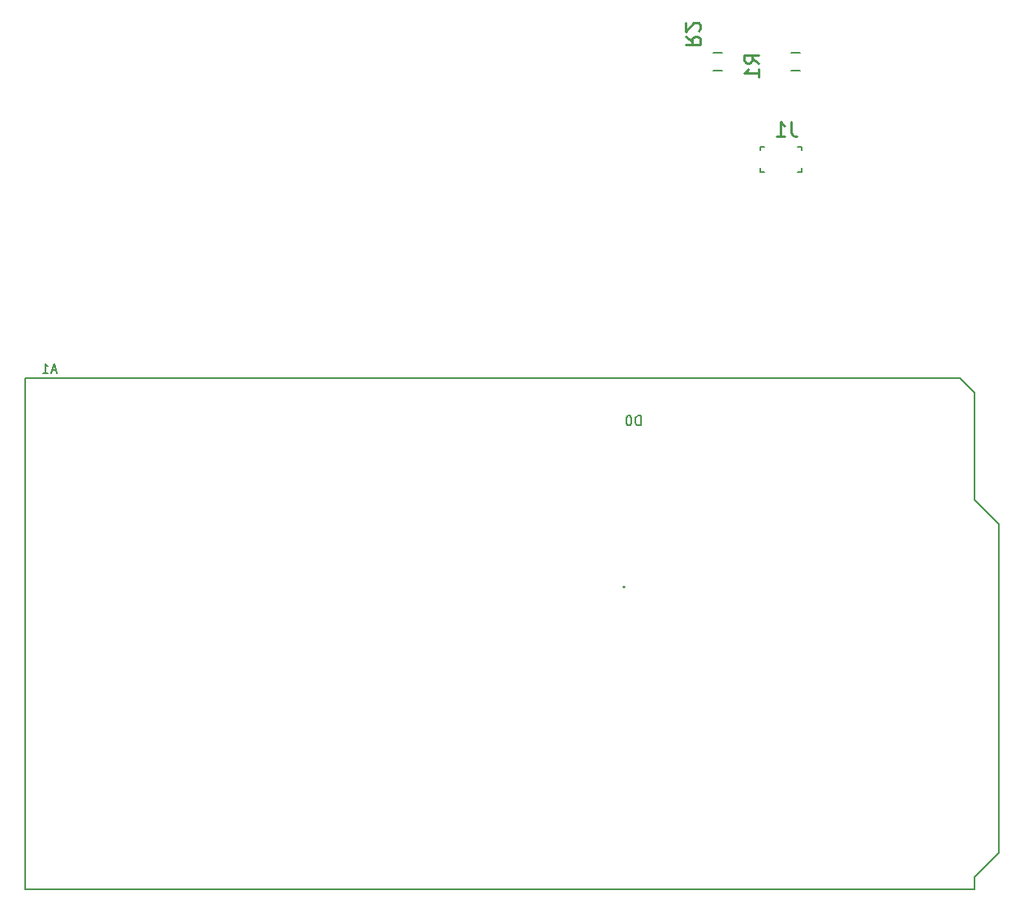
<source format=gbr>
%TF.GenerationSoftware,KiCad,Pcbnew,7.0.10*%
%TF.CreationDate,2024-01-29T13:59:38-08:00*%
%TF.ProjectId,V2_rampGen,56325f72-616d-4704-9765-6e2e6b696361,rev?*%
%TF.SameCoordinates,Original*%
%TF.FileFunction,Legend,Bot*%
%TF.FilePolarity,Positive*%
%FSLAX46Y46*%
G04 Gerber Fmt 4.6, Leading zero omitted, Abs format (unit mm)*
G04 Created by KiCad (PCBNEW 7.0.10) date 2024-01-29 13:59:38*
%MOMM*%
%LPD*%
G01*
G04 APERTURE LIST*
%ADD10C,0.150000*%
%ADD11C,0.254000*%
%ADD12C,0.200000*%
G04 APERTURE END LIST*
D10*
X56467285Y-93133104D02*
X55991095Y-93133104D01*
X56562523Y-93418819D02*
X56229190Y-92418819D01*
X56229190Y-92418819D02*
X55895857Y-93418819D01*
X55038714Y-93418819D02*
X55610142Y-93418819D01*
X55324428Y-93418819D02*
X55324428Y-92418819D01*
X55324428Y-92418819D02*
X55419666Y-92561676D01*
X55419666Y-92561676D02*
X55514904Y-92656914D01*
X55514904Y-92656914D02*
X55610142Y-92704533D01*
X115697000Y-115675580D02*
X115744619Y-115723200D01*
X115744619Y-115723200D02*
X115697000Y-115770819D01*
X115697000Y-115770819D02*
X115649381Y-115723200D01*
X115649381Y-115723200D02*
X115697000Y-115675580D01*
X115697000Y-115675580D02*
X115697000Y-115770819D01*
X117451094Y-98879819D02*
X117451094Y-97879819D01*
X117451094Y-97879819D02*
X117212999Y-97879819D01*
X117212999Y-97879819D02*
X117070142Y-97927438D01*
X117070142Y-97927438D02*
X116974904Y-98022676D01*
X116974904Y-98022676D02*
X116927285Y-98117914D01*
X116927285Y-98117914D02*
X116879666Y-98308390D01*
X116879666Y-98308390D02*
X116879666Y-98451247D01*
X116879666Y-98451247D02*
X116927285Y-98641723D01*
X116927285Y-98641723D02*
X116974904Y-98736961D01*
X116974904Y-98736961D02*
X117070142Y-98832200D01*
X117070142Y-98832200D02*
X117212999Y-98879819D01*
X117212999Y-98879819D02*
X117451094Y-98879819D01*
X116260618Y-97879819D02*
X116165380Y-97879819D01*
X116165380Y-97879819D02*
X116070142Y-97927438D01*
X116070142Y-97927438D02*
X116022523Y-97975057D01*
X116022523Y-97975057D02*
X115974904Y-98070295D01*
X115974904Y-98070295D02*
X115927285Y-98260771D01*
X115927285Y-98260771D02*
X115927285Y-98498866D01*
X115927285Y-98498866D02*
X115974904Y-98689342D01*
X115974904Y-98689342D02*
X116022523Y-98784580D01*
X116022523Y-98784580D02*
X116070142Y-98832200D01*
X116070142Y-98832200D02*
X116165380Y-98879819D01*
X116165380Y-98879819D02*
X116260618Y-98879819D01*
X116260618Y-98879819D02*
X116355856Y-98832200D01*
X116355856Y-98832200D02*
X116403475Y-98784580D01*
X116403475Y-98784580D02*
X116451094Y-98689342D01*
X116451094Y-98689342D02*
X116498713Y-98498866D01*
X116498713Y-98498866D02*
X116498713Y-98260771D01*
X116498713Y-98260771D02*
X116451094Y-98070295D01*
X116451094Y-98070295D02*
X116403475Y-97975057D01*
X116403475Y-97975057D02*
X116355856Y-97927438D01*
X116355856Y-97927438D02*
X116260618Y-97879819D01*
D11*
X122098936Y-58284560D02*
X122824650Y-58792560D01*
X122098936Y-59155417D02*
X123622936Y-59155417D01*
X123622936Y-59155417D02*
X123622936Y-58574846D01*
X123622936Y-58574846D02*
X123550365Y-58429703D01*
X123550365Y-58429703D02*
X123477793Y-58357132D01*
X123477793Y-58357132D02*
X123332650Y-58284560D01*
X123332650Y-58284560D02*
X123114936Y-58284560D01*
X123114936Y-58284560D02*
X122969793Y-58357132D01*
X122969793Y-58357132D02*
X122897222Y-58429703D01*
X122897222Y-58429703D02*
X122824650Y-58574846D01*
X122824650Y-58574846D02*
X122824650Y-59155417D01*
X123477793Y-57703989D02*
X123550365Y-57631417D01*
X123550365Y-57631417D02*
X123622936Y-57486275D01*
X123622936Y-57486275D02*
X123622936Y-57123417D01*
X123622936Y-57123417D02*
X123550365Y-56978275D01*
X123550365Y-56978275D02*
X123477793Y-56905703D01*
X123477793Y-56905703D02*
X123332650Y-56833132D01*
X123332650Y-56833132D02*
X123187508Y-56833132D01*
X123187508Y-56833132D02*
X122969793Y-56905703D01*
X122969793Y-56905703D02*
X122098936Y-57776560D01*
X122098936Y-57776560D02*
X122098936Y-56833132D01*
X133121209Y-67186483D02*
X133121209Y-68275054D01*
X133121209Y-68275054D02*
X133193780Y-68492769D01*
X133193780Y-68492769D02*
X133338923Y-68637912D01*
X133338923Y-68637912D02*
X133556637Y-68710483D01*
X133556637Y-68710483D02*
X133701780Y-68710483D01*
X131597209Y-68710483D02*
X132468066Y-68710483D01*
X132032637Y-68710483D02*
X132032637Y-67186483D01*
X132032637Y-67186483D02*
X132177780Y-67404197D01*
X132177780Y-67404197D02*
X132322923Y-67549340D01*
X132322923Y-67549340D02*
X132468066Y-67621912D01*
X129781993Y-61086199D02*
X129056279Y-60578199D01*
X129781993Y-60215342D02*
X128257993Y-60215342D01*
X128257993Y-60215342D02*
X128257993Y-60795913D01*
X128257993Y-60795913D02*
X128330564Y-60941056D01*
X128330564Y-60941056D02*
X128403136Y-61013627D01*
X128403136Y-61013627D02*
X128548279Y-61086199D01*
X128548279Y-61086199D02*
X128765993Y-61086199D01*
X128765993Y-61086199D02*
X128911136Y-61013627D01*
X128911136Y-61013627D02*
X128983707Y-60941056D01*
X128983707Y-60941056D02*
X129056279Y-60795913D01*
X129056279Y-60795913D02*
X129056279Y-60215342D01*
X129781993Y-62537627D02*
X129781993Y-61666770D01*
X129781993Y-62102199D02*
X128257993Y-62102199D01*
X128257993Y-62102199D02*
X128475707Y-61957056D01*
X128475707Y-61957056D02*
X128620850Y-61811913D01*
X128620850Y-61811913D02*
X128693422Y-61666770D01*
D10*
%TO.C,A1*%
X53213000Y-93980000D02*
X53213000Y-147320000D01*
X53213000Y-93980000D02*
X150749000Y-93980000D01*
X53213000Y-147320000D02*
X152273000Y-147320000D01*
X150749000Y-93980000D02*
X152273000Y-95504000D01*
X152273000Y-106680000D02*
X152273000Y-95504000D01*
X152273000Y-146050000D02*
X154813000Y-143510000D01*
X152273000Y-147320000D02*
X152273000Y-146050000D01*
X154813000Y-109220000D02*
X152273000Y-106680000D01*
X154813000Y-143510000D02*
X154813000Y-109220000D01*
D12*
%TO.C,R2*%
X125972110Y-60030870D02*
X125025400Y-60030870D01*
X125972110Y-61889080D02*
X125025400Y-61889080D01*
%TO.C,J1*%
X134244690Y-72459800D02*
X134244690Y-72059800D01*
X134244690Y-72459800D02*
X133844690Y-72459800D01*
X134244490Y-70180200D02*
X134244490Y-69780200D01*
X134244490Y-69780200D02*
X133844490Y-69780200D01*
X130315660Y-72459240D02*
X129915670Y-72459240D01*
X130313940Y-69780760D02*
X129913940Y-69780760D01*
X129915670Y-72459240D02*
X129915670Y-72059240D01*
X129913940Y-70180760D02*
X129913940Y-69780760D01*
%TO.C,R1*%
X134054600Y-60030870D02*
X133107890Y-60030870D01*
X134054600Y-61889080D02*
X133107890Y-61889080D01*
%TD*%
M02*

</source>
